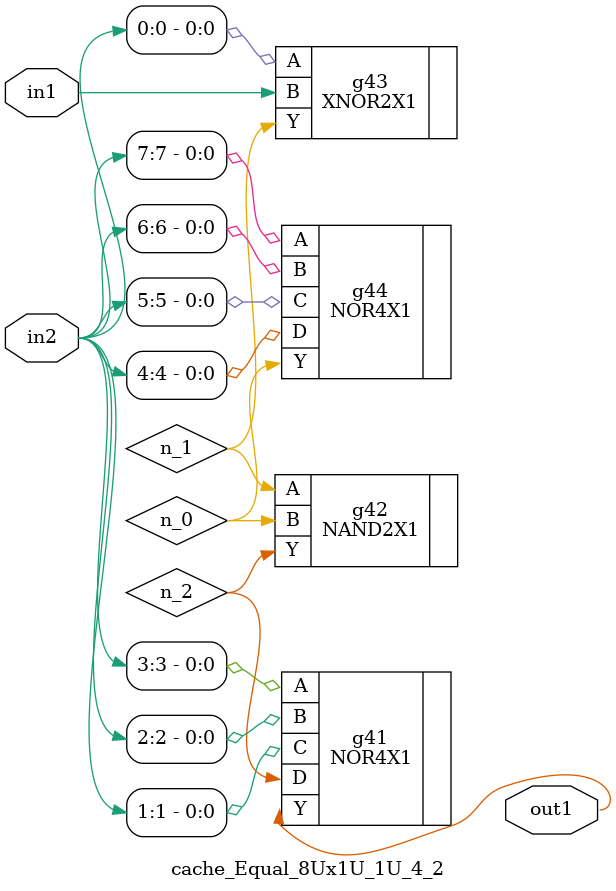
<source format=v>
`timescale 1ps / 1ps


module cache_Equal_8Ux1U_1U_4_2(in2, in1, out1);
  input [7:0] in2;
  input in1;
  output out1;
  wire [7:0] in2;
  wire in1;
  wire out1;
  wire n_0, n_1, n_2;
  NOR4X1 g41(.A (in2[3]), .B (in2[2]), .C (in2[1]), .D (n_2), .Y
       (out1));
  NAND2X1 g42(.A (n_1), .B (n_0), .Y (n_2));
  XNOR2X1 g43(.A (in2[0]), .B (in1), .Y (n_1));
  NOR4X1 g44(.A (in2[7]), .B (in2[6]), .C (in2[5]), .D (in2[4]), .Y
       (n_0));
endmodule



</source>
